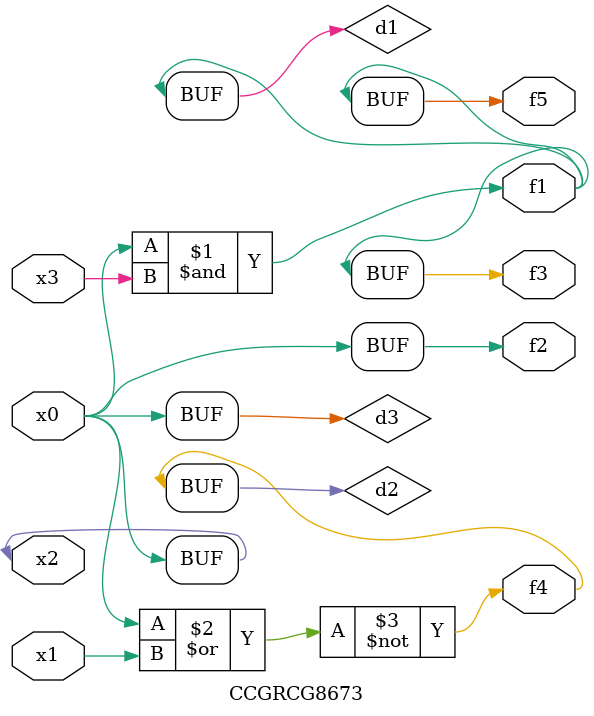
<source format=v>
module CCGRCG8673(
	input x0, x1, x2, x3,
	output f1, f2, f3, f4, f5
);

	wire d1, d2, d3;

	and (d1, x2, x3);
	nor (d2, x0, x1);
	buf (d3, x0, x2);
	assign f1 = d1;
	assign f2 = d3;
	assign f3 = d1;
	assign f4 = d2;
	assign f5 = d1;
endmodule

</source>
